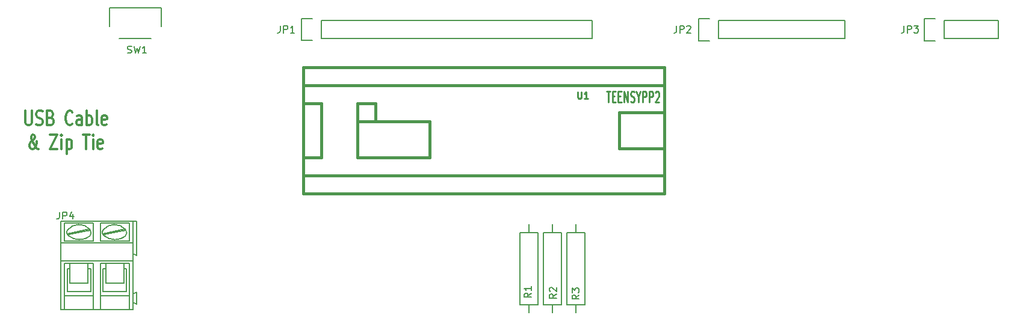
<source format=gbr>
G04 #@! TF.FileFunction,Legend,Top*
%FSLAX46Y46*%
G04 Gerber Fmt 4.6, Leading zero omitted, Abs format (unit mm)*
G04 Created by KiCad (PCBNEW 4.0.5+dfsg1-4) date Sun Dec 29 19:54:52 2019*
%MOMM*%
%LPD*%
G01*
G04 APERTURE LIST*
%ADD10C,0.100000*%
%ADD11C,0.304800*%
%ADD12C,0.381000*%
%ADD13C,0.150000*%
%ADD14C,0.228600*%
G04 APERTURE END LIST*
D10*
D11*
X63772143Y-69854838D02*
X63772143Y-71499790D01*
X63844715Y-71693314D01*
X63917286Y-71790076D01*
X64062429Y-71886838D01*
X64352715Y-71886838D01*
X64497857Y-71790076D01*
X64570429Y-71693314D01*
X64643000Y-71499790D01*
X64643000Y-69854838D01*
X65296143Y-71790076D02*
X65513857Y-71886838D01*
X65876714Y-71886838D01*
X66021857Y-71790076D01*
X66094428Y-71693314D01*
X66167000Y-71499790D01*
X66167000Y-71306267D01*
X66094428Y-71112743D01*
X66021857Y-71015981D01*
X65876714Y-70919219D01*
X65586428Y-70822457D01*
X65441286Y-70725695D01*
X65368714Y-70628933D01*
X65296143Y-70435410D01*
X65296143Y-70241886D01*
X65368714Y-70048362D01*
X65441286Y-69951600D01*
X65586428Y-69854838D01*
X65949286Y-69854838D01*
X66167000Y-69951600D01*
X67328143Y-70822457D02*
X67545857Y-70919219D01*
X67618429Y-71015981D01*
X67691000Y-71209505D01*
X67691000Y-71499790D01*
X67618429Y-71693314D01*
X67545857Y-71790076D01*
X67400715Y-71886838D01*
X66820143Y-71886838D01*
X66820143Y-69854838D01*
X67328143Y-69854838D01*
X67473286Y-69951600D01*
X67545857Y-70048362D01*
X67618429Y-70241886D01*
X67618429Y-70435410D01*
X67545857Y-70628933D01*
X67473286Y-70725695D01*
X67328143Y-70822457D01*
X66820143Y-70822457D01*
X70376143Y-71693314D02*
X70303572Y-71790076D01*
X70085858Y-71886838D01*
X69940715Y-71886838D01*
X69723000Y-71790076D01*
X69577858Y-71596552D01*
X69505286Y-71403029D01*
X69432715Y-71015981D01*
X69432715Y-70725695D01*
X69505286Y-70338648D01*
X69577858Y-70145124D01*
X69723000Y-69951600D01*
X69940715Y-69854838D01*
X70085858Y-69854838D01*
X70303572Y-69951600D01*
X70376143Y-70048362D01*
X71682429Y-71886838D02*
X71682429Y-70822457D01*
X71609858Y-70628933D01*
X71464715Y-70532171D01*
X71174429Y-70532171D01*
X71029286Y-70628933D01*
X71682429Y-71790076D02*
X71537286Y-71886838D01*
X71174429Y-71886838D01*
X71029286Y-71790076D01*
X70956715Y-71596552D01*
X70956715Y-71403029D01*
X71029286Y-71209505D01*
X71174429Y-71112743D01*
X71537286Y-71112743D01*
X71682429Y-71015981D01*
X72408143Y-71886838D02*
X72408143Y-69854838D01*
X72408143Y-70628933D02*
X72553286Y-70532171D01*
X72843572Y-70532171D01*
X72988715Y-70628933D01*
X73061286Y-70725695D01*
X73133857Y-70919219D01*
X73133857Y-71499790D01*
X73061286Y-71693314D01*
X72988715Y-71790076D01*
X72843572Y-71886838D01*
X72553286Y-71886838D01*
X72408143Y-71790076D01*
X74004714Y-71886838D02*
X73859572Y-71790076D01*
X73787000Y-71596552D01*
X73787000Y-69854838D01*
X75165858Y-71790076D02*
X75020715Y-71886838D01*
X74730429Y-71886838D01*
X74585286Y-71790076D01*
X74512715Y-71596552D01*
X74512715Y-70822457D01*
X74585286Y-70628933D01*
X74730429Y-70532171D01*
X75020715Y-70532171D01*
X75165858Y-70628933D01*
X75238429Y-70822457D01*
X75238429Y-71015981D01*
X74512715Y-71209505D01*
X65586428Y-75239638D02*
X65513857Y-75239638D01*
X65368714Y-75142876D01*
X65151000Y-74852590D01*
X64788143Y-74272019D01*
X64643000Y-73981733D01*
X64570428Y-73691448D01*
X64570428Y-73497924D01*
X64643000Y-73304400D01*
X64788143Y-73207638D01*
X64860714Y-73207638D01*
X65005857Y-73304400D01*
X65078428Y-73497924D01*
X65078428Y-73594686D01*
X65005857Y-73788210D01*
X64933286Y-73884971D01*
X64497857Y-74272019D01*
X64425286Y-74368781D01*
X64352714Y-74562305D01*
X64352714Y-74852590D01*
X64425286Y-75046114D01*
X64497857Y-75142876D01*
X64643000Y-75239638D01*
X64860714Y-75239638D01*
X65005857Y-75142876D01*
X65078428Y-75046114D01*
X65296143Y-74659067D01*
X65368714Y-74368781D01*
X65368714Y-74175257D01*
X67255571Y-73207638D02*
X68271571Y-73207638D01*
X67255571Y-75239638D01*
X68271571Y-75239638D01*
X68852143Y-75239638D02*
X68852143Y-73884971D01*
X68852143Y-73207638D02*
X68779572Y-73304400D01*
X68852143Y-73401162D01*
X68924715Y-73304400D01*
X68852143Y-73207638D01*
X68852143Y-73401162D01*
X69577857Y-73884971D02*
X69577857Y-75916971D01*
X69577857Y-73981733D02*
X69723000Y-73884971D01*
X70013286Y-73884971D01*
X70158429Y-73981733D01*
X70231000Y-74078495D01*
X70303571Y-74272019D01*
X70303571Y-74852590D01*
X70231000Y-75046114D01*
X70158429Y-75142876D01*
X70013286Y-75239638D01*
X69723000Y-75239638D01*
X69577857Y-75142876D01*
X71900143Y-73207638D02*
X72771000Y-73207638D01*
X72335571Y-75239638D02*
X72335571Y-73207638D01*
X73279000Y-75239638D02*
X73279000Y-73884971D01*
X73279000Y-73207638D02*
X73206429Y-73304400D01*
X73279000Y-73401162D01*
X73351572Y-73304400D01*
X73279000Y-73207638D01*
X73279000Y-73401162D01*
X74585286Y-75142876D02*
X74440143Y-75239638D01*
X74149857Y-75239638D01*
X74004714Y-75142876D01*
X73932143Y-74949352D01*
X73932143Y-74175257D01*
X74004714Y-73981733D01*
X74149857Y-73884971D01*
X74440143Y-73884971D01*
X74585286Y-73981733D01*
X74657857Y-74175257D01*
X74657857Y-74368781D01*
X73932143Y-74562305D01*
D12*
X113030000Y-71374000D02*
X110490000Y-71374000D01*
X110490000Y-76454000D02*
X110490000Y-68834000D01*
X110490000Y-68834000D02*
X113030000Y-68834000D01*
X113030000Y-68834000D02*
X113030000Y-71374000D01*
X113030000Y-71374000D02*
X120650000Y-71374000D01*
X120650000Y-71374000D02*
X120650000Y-76454000D01*
X120650000Y-76454000D02*
X110490000Y-76454000D01*
X102870000Y-76454000D02*
X105410000Y-76454000D01*
X105410000Y-76454000D02*
X105410000Y-68834000D01*
X105410000Y-68834000D02*
X102870000Y-68834000D01*
X153670000Y-75184000D02*
X147320000Y-75184000D01*
X147320000Y-75184000D02*
X147320000Y-70104000D01*
X147320000Y-70104000D02*
X153670000Y-70104000D01*
X102870000Y-66294000D02*
X153670000Y-66294000D01*
X153670000Y-78994000D02*
X102870000Y-78994000D01*
X153670000Y-81534000D02*
X102870000Y-81534000D01*
X102870000Y-81534000D02*
X102870000Y-63754000D01*
X102870000Y-63754000D02*
X153670000Y-63754000D01*
X153670000Y-63754000D02*
X153670000Y-81534000D01*
D13*
X105390000Y-59670000D02*
X143490000Y-59670000D01*
X143490000Y-59670000D02*
X143490000Y-57130000D01*
X143490000Y-57130000D02*
X105390000Y-57130000D01*
X102570000Y-56850000D02*
X104120000Y-56850000D01*
X105390000Y-57130000D02*
X105390000Y-59670000D01*
X104120000Y-59950000D02*
X102570000Y-59950000D01*
X102570000Y-59950000D02*
X102570000Y-56850000D01*
X161270000Y-57150000D02*
X179050000Y-57150000D01*
X179050000Y-57150000D02*
X179050000Y-59690000D01*
X179050000Y-59690000D02*
X161270000Y-59690000D01*
X158450000Y-56870000D02*
X160000000Y-56870000D01*
X161270000Y-57150000D02*
X161270000Y-59690000D01*
X160000000Y-59970000D02*
X158450000Y-59970000D01*
X158450000Y-59970000D02*
X158450000Y-56870000D01*
X193040000Y-59690000D02*
X200660000Y-59690000D01*
X193040000Y-57150000D02*
X200660000Y-57150000D01*
X190220000Y-56870000D02*
X191770000Y-56870000D01*
X200660000Y-59690000D02*
X200660000Y-57150000D01*
X193040000Y-57150000D02*
X193040000Y-59690000D01*
X191770000Y-59970000D02*
X190220000Y-59970000D01*
X190220000Y-59970000D02*
X190220000Y-56870000D01*
X70053440Y-94173040D02*
X72593440Y-94173040D01*
X72593440Y-94173040D02*
X72593440Y-91379040D01*
X70053440Y-91379040D02*
X72593440Y-91379040D01*
X70053440Y-94173040D02*
X70053440Y-91379040D01*
X75057240Y-94173040D02*
X77597240Y-94173040D01*
X77597240Y-94173040D02*
X77597240Y-91379040D01*
X75057240Y-91379040D02*
X77597240Y-91379040D01*
X75057240Y-94173040D02*
X75057240Y-91379040D01*
X78918040Y-85410040D02*
X78918040Y-88458040D01*
X78918040Y-85410040D02*
X68733040Y-85410040D01*
X78918040Y-85410040D02*
X79426040Y-85410040D01*
X79426040Y-85410040D02*
X79426040Y-90236040D01*
X79426040Y-90236040D02*
X78918040Y-89982040D01*
X79426040Y-97094040D02*
X78918040Y-96840040D01*
X78918040Y-96840040D02*
X78918040Y-97856040D01*
X79426040Y-95443040D02*
X78918040Y-95697040D01*
X78918040Y-95697040D02*
X78918040Y-96840040D01*
X79426040Y-95443040D02*
X79426040Y-97094040D01*
X74295240Y-97856040D02*
X74295240Y-95951040D01*
X78359240Y-91379040D02*
X78359240Y-95951040D01*
X74295240Y-97856040D02*
X78359240Y-97856040D01*
X78359240Y-97856040D02*
X78918040Y-97856040D01*
X73355440Y-97856040D02*
X73355440Y-95951040D01*
X73355440Y-97856040D02*
X74295240Y-97856040D01*
X69291440Y-91379040D02*
X69291440Y-95951040D01*
X68733040Y-97856040D02*
X69291440Y-97856040D01*
X69291440Y-97856040D02*
X73355440Y-97856040D01*
X74295240Y-95951040D02*
X78359240Y-95951040D01*
X74295240Y-95951040D02*
X74295240Y-91379040D01*
X78359240Y-95951040D02*
X78359240Y-97856040D01*
X73355440Y-95951040D02*
X69291440Y-95951040D01*
X73355440Y-95951040D02*
X73355440Y-91379040D01*
X69291440Y-95951040D02*
X69291440Y-97856040D01*
X77978240Y-95316040D02*
X77978240Y-92141040D01*
X77978240Y-95316040D02*
X74676240Y-95316040D01*
X74676240Y-95316040D02*
X74676240Y-92141040D01*
X72974440Y-95316040D02*
X72974440Y-92141040D01*
X72974440Y-95316040D02*
X69672440Y-95316040D01*
X69672440Y-95316040D02*
X69672440Y-92141040D01*
X69672440Y-92141040D02*
X70053440Y-92141040D01*
X72974440Y-92141040D02*
X72593440Y-92141040D01*
X74676240Y-92141040D02*
X75057240Y-92141040D01*
X77978240Y-92141040D02*
X77597240Y-92141040D01*
X68733040Y-97856040D02*
X68733040Y-90998040D01*
X68733040Y-90998040D02*
X68733040Y-88458040D01*
X78918040Y-89982040D02*
X78918040Y-90998040D01*
X78918040Y-90998040D02*
X78918040Y-95697040D01*
X68733040Y-88458040D02*
X78918040Y-88458040D01*
X68733040Y-88458040D02*
X68733040Y-85410040D01*
X78918040Y-88458040D02*
X78918040Y-89982040D01*
X74295240Y-88204040D02*
X74295240Y-85664040D01*
X74295240Y-85664040D02*
X78359240Y-85664040D01*
X78359240Y-85664040D02*
X78359240Y-88204040D01*
X78359240Y-88204040D02*
X74295240Y-88204040D01*
X73355440Y-88204040D02*
X73355440Y-85664040D01*
X73355440Y-88204040D02*
X69291440Y-88204040D01*
X69291440Y-88204040D02*
X69291440Y-85664040D01*
X73355440Y-85664040D02*
X69291440Y-85664040D01*
X74701640Y-87188040D02*
X77749640Y-86553040D01*
X74828640Y-87315040D02*
X77876640Y-86680040D01*
X69697840Y-87188040D02*
X72748380Y-86553040D01*
X69824840Y-87315040D02*
X72872840Y-86680040D01*
X69291440Y-91379040D02*
X69672440Y-91379040D01*
X73355440Y-91379040D02*
X72974440Y-91379040D01*
X72974440Y-91379040D02*
X69672440Y-91379040D01*
X68733040Y-90998040D02*
X69672440Y-90998040D01*
X69672440Y-90998040D02*
X72974440Y-90998040D01*
X72974440Y-90998040D02*
X74676240Y-90998040D01*
X78918040Y-90998040D02*
X77978240Y-90998040D01*
X77978240Y-90998040D02*
X74676240Y-90998040D01*
X78359240Y-91379040D02*
X77978240Y-91379040D01*
X74295240Y-91379040D02*
X74676240Y-91379040D01*
X74676240Y-91379040D02*
X77978240Y-91379040D01*
X77796012Y-87547610D02*
G75*
G03X77848700Y-86580980I-452772J509430D01*
G01*
X74853312Y-87467936D02*
G75*
G03X77841080Y-87515700I1524728J1905496D01*
G01*
X77852451Y-86576196D02*
G75*
G03X74701640Y-86629240I-1553151J-1348444D01*
G01*
X74752943Y-86579559D02*
G75*
G03X74894680Y-87505540I431297J-407821D01*
G01*
X72792189Y-87550150D02*
G75*
G03X72847440Y-86580980I-452749J511970D01*
G01*
X69852052Y-87467936D02*
G75*
G03X72839820Y-87515700I1524728J1905496D01*
G01*
X72854613Y-86571193D02*
G75*
G03X69697840Y-86629240I-1554033J-1353447D01*
G01*
X69748520Y-86582021D02*
G75*
G03X69893420Y-87505540I431920J-405359D01*
G01*
X75565000Y-55372000D02*
X82862000Y-55372000D01*
X82862000Y-55372000D02*
X82862000Y-57942000D01*
X76962000Y-59672000D02*
X81462000Y-59672000D01*
X75565000Y-55372000D02*
X75565000Y-57942000D01*
X133350000Y-97162000D02*
X135890000Y-97162000D01*
X135890000Y-97162000D02*
X135890000Y-87002000D01*
X135890000Y-87002000D02*
X133350000Y-87002000D01*
X133350000Y-87002000D02*
X133350000Y-97162000D01*
X134620000Y-85852000D02*
X134620000Y-87002000D01*
X134620000Y-98312000D02*
X134620000Y-97162000D01*
X136652000Y-97148000D02*
X139192000Y-97148000D01*
X139192000Y-97148000D02*
X139192000Y-86988000D01*
X139192000Y-86988000D02*
X136652000Y-86988000D01*
X136652000Y-86988000D02*
X136652000Y-97148000D01*
X137922000Y-85838000D02*
X137922000Y-86988000D01*
X137922000Y-98298000D02*
X137922000Y-97148000D01*
X139954000Y-97162000D02*
X142494000Y-97162000D01*
X142494000Y-97162000D02*
X142494000Y-87002000D01*
X142494000Y-87002000D02*
X139954000Y-87002000D01*
X139954000Y-87002000D02*
X139954000Y-97162000D01*
X141224000Y-85852000D02*
X141224000Y-87002000D01*
X141224000Y-98312000D02*
X141224000Y-97162000D01*
D14*
X141472194Y-67190257D02*
X141472194Y-67930486D01*
X141515737Y-68017571D01*
X141559280Y-68061114D01*
X141646366Y-68104657D01*
X141820537Y-68104657D01*
X141907623Y-68061114D01*
X141951166Y-68017571D01*
X141994709Y-67930486D01*
X141994709Y-67190257D01*
X142909109Y-68104657D02*
X142386594Y-68104657D01*
X142647852Y-68104657D02*
X142647852Y-67190257D01*
X142560766Y-67320886D01*
X142473680Y-67407971D01*
X142386594Y-67451514D01*
X145526035Y-67110429D02*
X146048549Y-67110429D01*
X145787292Y-68634429D02*
X145787292Y-67110429D01*
X146353349Y-67836143D02*
X146658149Y-67836143D01*
X146788778Y-68634429D02*
X146353349Y-68634429D01*
X146353349Y-67110429D01*
X146788778Y-67110429D01*
X147180663Y-67836143D02*
X147485463Y-67836143D01*
X147616092Y-68634429D02*
X147180663Y-68634429D01*
X147180663Y-67110429D01*
X147616092Y-67110429D01*
X148007977Y-68634429D02*
X148007977Y-67110429D01*
X148530492Y-68634429D01*
X148530492Y-67110429D01*
X148922377Y-68561857D02*
X149053006Y-68634429D01*
X149270720Y-68634429D01*
X149357806Y-68561857D01*
X149401349Y-68489286D01*
X149444892Y-68344143D01*
X149444892Y-68199000D01*
X149401349Y-68053857D01*
X149357806Y-67981286D01*
X149270720Y-67908714D01*
X149096549Y-67836143D01*
X149009463Y-67763571D01*
X148965920Y-67691000D01*
X148922377Y-67545857D01*
X148922377Y-67400714D01*
X148965920Y-67255571D01*
X149009463Y-67183000D01*
X149096549Y-67110429D01*
X149314263Y-67110429D01*
X149444892Y-67183000D01*
X150010949Y-67908714D02*
X150010949Y-68634429D01*
X149706149Y-67110429D02*
X150010949Y-67908714D01*
X150315749Y-67110429D01*
X150620548Y-68634429D02*
X150620548Y-67110429D01*
X150968891Y-67110429D01*
X151055977Y-67183000D01*
X151099520Y-67255571D01*
X151143063Y-67400714D01*
X151143063Y-67618429D01*
X151099520Y-67763571D01*
X151055977Y-67836143D01*
X150968891Y-67908714D01*
X150620548Y-67908714D01*
X151534948Y-68634429D02*
X151534948Y-67110429D01*
X151883291Y-67110429D01*
X151970377Y-67183000D01*
X152013920Y-67255571D01*
X152057463Y-67400714D01*
X152057463Y-67618429D01*
X152013920Y-67763571D01*
X151970377Y-67836143D01*
X151883291Y-67908714D01*
X151534948Y-67908714D01*
X152405805Y-67255571D02*
X152449348Y-67183000D01*
X152536434Y-67110429D01*
X152754148Y-67110429D01*
X152841234Y-67183000D01*
X152884777Y-67255571D01*
X152928320Y-67400714D01*
X152928320Y-67545857D01*
X152884777Y-67763571D01*
X152362263Y-68634429D01*
X152928320Y-68634429D01*
D13*
X99623667Y-57872381D02*
X99623667Y-58586667D01*
X99576047Y-58729524D01*
X99480809Y-58824762D01*
X99337952Y-58872381D01*
X99242714Y-58872381D01*
X100099857Y-58872381D02*
X100099857Y-57872381D01*
X100480810Y-57872381D01*
X100576048Y-57920000D01*
X100623667Y-57967619D01*
X100671286Y-58062857D01*
X100671286Y-58205714D01*
X100623667Y-58300952D01*
X100576048Y-58348571D01*
X100480810Y-58396190D01*
X100099857Y-58396190D01*
X101623667Y-58872381D02*
X101052238Y-58872381D01*
X101337952Y-58872381D02*
X101337952Y-57872381D01*
X101242714Y-58015238D01*
X101147476Y-58110476D01*
X101052238Y-58158095D01*
X155376667Y-57872381D02*
X155376667Y-58586667D01*
X155329047Y-58729524D01*
X155233809Y-58824762D01*
X155090952Y-58872381D01*
X154995714Y-58872381D01*
X155852857Y-58872381D02*
X155852857Y-57872381D01*
X156233810Y-57872381D01*
X156329048Y-57920000D01*
X156376667Y-57967619D01*
X156424286Y-58062857D01*
X156424286Y-58205714D01*
X156376667Y-58300952D01*
X156329048Y-58348571D01*
X156233810Y-58396190D01*
X155852857Y-58396190D01*
X156805238Y-57967619D02*
X156852857Y-57920000D01*
X156948095Y-57872381D01*
X157186191Y-57872381D01*
X157281429Y-57920000D01*
X157329048Y-57967619D01*
X157376667Y-58062857D01*
X157376667Y-58158095D01*
X157329048Y-58300952D01*
X156757619Y-58872381D01*
X157376667Y-58872381D01*
X187380667Y-57872381D02*
X187380667Y-58586667D01*
X187333047Y-58729524D01*
X187237809Y-58824762D01*
X187094952Y-58872381D01*
X186999714Y-58872381D01*
X187856857Y-58872381D02*
X187856857Y-57872381D01*
X188237810Y-57872381D01*
X188333048Y-57920000D01*
X188380667Y-57967619D01*
X188428286Y-58062857D01*
X188428286Y-58205714D01*
X188380667Y-58300952D01*
X188333048Y-58348571D01*
X188237810Y-58396190D01*
X187856857Y-58396190D01*
X188761619Y-57872381D02*
X189380667Y-57872381D01*
X189047333Y-58253333D01*
X189190191Y-58253333D01*
X189285429Y-58300952D01*
X189333048Y-58348571D01*
X189380667Y-58443810D01*
X189380667Y-58681905D01*
X189333048Y-58777143D01*
X189285429Y-58824762D01*
X189190191Y-58872381D01*
X188904476Y-58872381D01*
X188809238Y-58824762D01*
X188761619Y-58777143D01*
X68559707Y-84100421D02*
X68559707Y-84814707D01*
X68512087Y-84957564D01*
X68416849Y-85052802D01*
X68273992Y-85100421D01*
X68178754Y-85100421D01*
X69035897Y-85100421D02*
X69035897Y-84100421D01*
X69416850Y-84100421D01*
X69512088Y-84148040D01*
X69559707Y-84195659D01*
X69607326Y-84290897D01*
X69607326Y-84433754D01*
X69559707Y-84528992D01*
X69512088Y-84576611D01*
X69416850Y-84624230D01*
X69035897Y-84624230D01*
X70464469Y-84433754D02*
X70464469Y-85100421D01*
X70226373Y-84052802D02*
X69988278Y-84767088D01*
X70607326Y-84767088D01*
X78128667Y-61696762D02*
X78271524Y-61744381D01*
X78509620Y-61744381D01*
X78604858Y-61696762D01*
X78652477Y-61649143D01*
X78700096Y-61553905D01*
X78700096Y-61458667D01*
X78652477Y-61363429D01*
X78604858Y-61315810D01*
X78509620Y-61268190D01*
X78319143Y-61220571D01*
X78223905Y-61172952D01*
X78176286Y-61125333D01*
X78128667Y-61030095D01*
X78128667Y-60934857D01*
X78176286Y-60839619D01*
X78223905Y-60792000D01*
X78319143Y-60744381D01*
X78557239Y-60744381D01*
X78700096Y-60792000D01*
X79033429Y-60744381D02*
X79271524Y-61744381D01*
X79462001Y-61030095D01*
X79652477Y-61744381D01*
X79890572Y-60744381D01*
X80795334Y-61744381D02*
X80223905Y-61744381D01*
X80509619Y-61744381D02*
X80509619Y-60744381D01*
X80414381Y-60887238D01*
X80319143Y-60982476D01*
X80223905Y-61030095D01*
X134945381Y-95543666D02*
X134469190Y-95877000D01*
X134945381Y-96115095D02*
X133945381Y-96115095D01*
X133945381Y-95734142D01*
X133993000Y-95638904D01*
X134040619Y-95591285D01*
X134135857Y-95543666D01*
X134278714Y-95543666D01*
X134373952Y-95591285D01*
X134421571Y-95638904D01*
X134469190Y-95734142D01*
X134469190Y-96115095D01*
X134945381Y-94591285D02*
X134945381Y-95162714D01*
X134945381Y-94877000D02*
X133945381Y-94877000D01*
X134088238Y-94972238D01*
X134183476Y-95067476D01*
X134231095Y-95162714D01*
X138501381Y-95670666D02*
X138025190Y-96004000D01*
X138501381Y-96242095D02*
X137501381Y-96242095D01*
X137501381Y-95861142D01*
X137549000Y-95765904D01*
X137596619Y-95718285D01*
X137691857Y-95670666D01*
X137834714Y-95670666D01*
X137929952Y-95718285D01*
X137977571Y-95765904D01*
X138025190Y-95861142D01*
X138025190Y-96242095D01*
X137596619Y-95289714D02*
X137549000Y-95242095D01*
X137501381Y-95146857D01*
X137501381Y-94908761D01*
X137549000Y-94813523D01*
X137596619Y-94765904D01*
X137691857Y-94718285D01*
X137787095Y-94718285D01*
X137929952Y-94765904D01*
X138501381Y-95337333D01*
X138501381Y-94718285D01*
X141676381Y-95797666D02*
X141200190Y-96131000D01*
X141676381Y-96369095D02*
X140676381Y-96369095D01*
X140676381Y-95988142D01*
X140724000Y-95892904D01*
X140771619Y-95845285D01*
X140866857Y-95797666D01*
X141009714Y-95797666D01*
X141104952Y-95845285D01*
X141152571Y-95892904D01*
X141200190Y-95988142D01*
X141200190Y-96369095D01*
X140676381Y-95464333D02*
X140676381Y-94845285D01*
X141057333Y-95178619D01*
X141057333Y-95035761D01*
X141104952Y-94940523D01*
X141152571Y-94892904D01*
X141247810Y-94845285D01*
X141485905Y-94845285D01*
X141581143Y-94892904D01*
X141628762Y-94940523D01*
X141676381Y-95035761D01*
X141676381Y-95321476D01*
X141628762Y-95416714D01*
X141581143Y-95464333D01*
M02*

</source>
